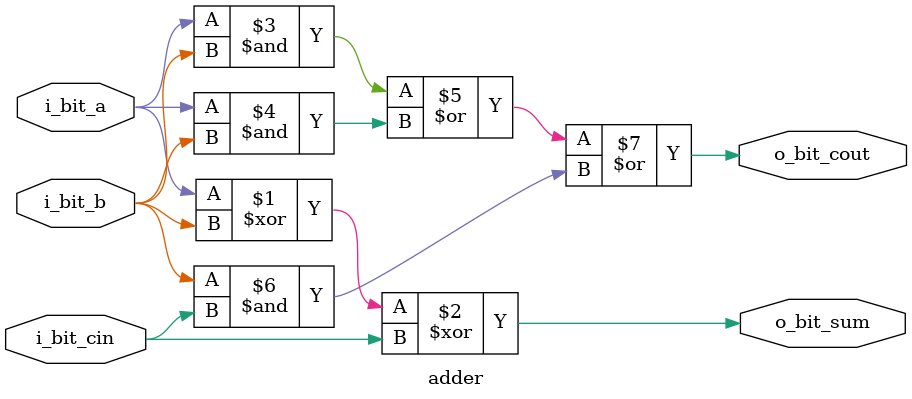
<source format=sv>
module adder(
	input i_bit_a,
	input i_bit_b,
	input i_bit_cin,
	output o_bit_sum,
	output o_bit_cout);

assign o_bit_sum = i_bit_a ^ i_bit_b ^ i_bit_cin;
assign o_bit_cout = (i_bit_a & i_bit_b) | (i_bit_a & i_bit_b) | (i_bit_b & i_bit_cin);

endmodule
</source>
